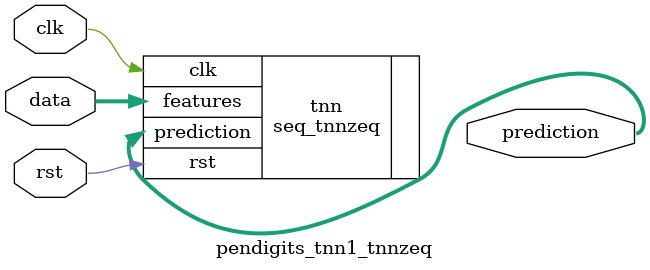
<source format=v>












module pendigits_tnn1_tnnzeq #(

parameter FEAT_CNT = 16,
parameter HIDDEN_CNT = 40,
parameter FEAT_BITS = 4,
parameter CLASS_CNT = 10,
parameter TEST_CNT = 1000




  ) (
  input clk,
  input rst,
  input [FEAT_CNT*FEAT_BITS-1:0] data,
  output [$clog2(CLASS_CNT)-1:0] prediction
  );

  seq_tnnzeq #(
      .FEAT_CNT(FEAT_CNT),.FEAT_BITS(FEAT_BITS),.HIDDEN_CNT(HIDDEN_CNT),.CLASS_CNT(CLASS_CNT),
  .SPARSE_VALS(640'b0100100000101010010010000000101001100001000010101001001000010001000100000000000010010010100000010100100100100101100010101111010001001101110000001011001010100101010110100000001110101001000010101111101100010000010010100101001010100000000110100000010000000110010000010011100010001011110100000110110110000010101000000000101010100100000110100001000000011010110000101011110010110000000011010100101000000000111010001111010010100001100000000100000101101000010000000000111011111000000100110001000001011000010010101100000010101100000001100001011000000001101000000010011000000000000110101110111110000101000100000101101010110010000000110101000001001001),
  .MASK(640'b1111100110101011111110101011111111110001100110111011001100010011101110011010010011011011100000111110100101101111101011111111010111001111111110101011101111111111111110110101111110111011001111111111111100011111010111111111111111111111100110101110111000010110111111110011101110011011110110111111110110011110111110101000101111111110101110110011101010011010111101111011111011111111010111011111101010000001111011011111111111101001100000001111111101101011110101110001111011111011101101111111100011111101111110101111000111111100100011101111111101000001111011101110011010100000100111111111111111011111111110100111111111110011010000111111110101101101),
  .NONZERO_CNT(640'h0b0d0a0808090b0c0c0e0d0c0d0e0c090d0b0c0a0d080d0d080e060d0a0d0c0b0a0a0b080f0d090c),
  .SPARSE_VALS2(208'b0111001101000010010001110110101010101100000001110111100101000001100011101000110111110011111010001010111010111000100010011010000011011010101010110100110011011100010101011001000111100100000000100010000010100101),  // Bits of not-zeroes
  .COL_INDICES(1664'h25201f1e191716151311100f0c070605040327252322201e1d1c1b1a191817151211100f0e0d0b080604241f1d1c1b191817150e0c0706040302002522201b191817161514131211100f0e0c0b0a080706050127231f1e1a1816110f0e0c0a0907020100272321201f1e1d1c1b1a1716151413110f0e0d0b0a0503021f1e1d1c171615130f0e0c0a090806050403020100271e1c191714130f0e0d0c0b0807060504030201002321201c1a17161312110f0e0c0a0908070605010027201d1b1817161312110e0c0b0a08070504030201), // Column of non-zeros
  .ROW_PTRS(88'hd0bea6957d6c543f2a1500) // Column of non-zeros // Start indices per row
      ) tnn (
    .clk(clk),
    .rst(rst),
    .features(data),
    .prediction(prediction)
  );

endmodule

</source>
